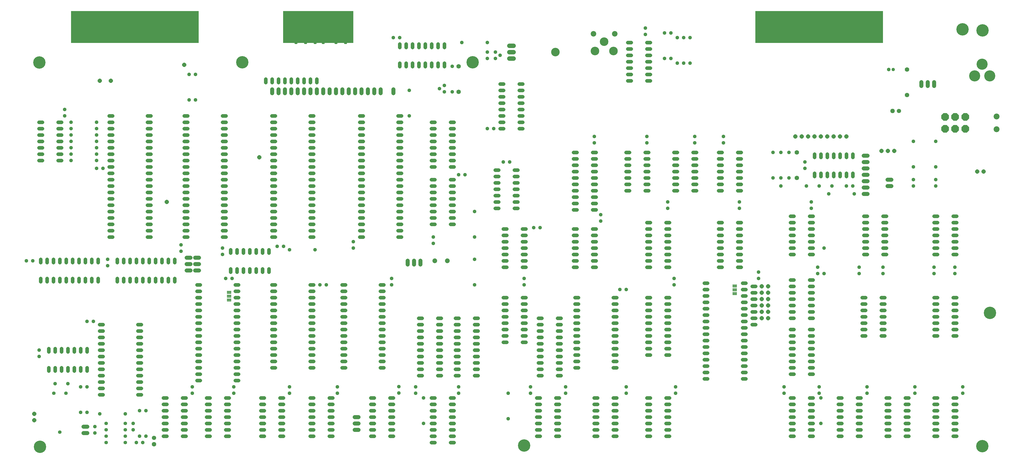
<source format=gbs>
G75*
G70*
%OFA0B0*%
%FSLAX24Y24*%
%IPPOS*%
%LPD*%
%AMOC8*
5,1,8,0,0,1.08239X$1,22.5*
%
%ADD10C,0.0560*%
%ADD11OC8,0.0560*%
%ADD12C,0.0560*%
%ADD13OC8,0.0670*%
%ADD14C,0.0670*%
%ADD15C,0.0155*%
%ADD16R,2.0000X0.5000*%
%ADD17R,1.1000X0.5000*%
%ADD18C,0.0640*%
%ADD19C,0.0700*%
%ADD20C,0.1340*%
%ADD21C,0.0700*%
%ADD22OC8,0.0520*%
%ADD23C,0.0520*%
%ADD24OC8,0.0640*%
%ADD25C,0.0867*%
%ADD26C,0.1346*%
%ADD27C,0.0740*%
%ADD28C,0.0555*%
%ADD29C,0.0040*%
%ADD30OC8,0.1225*%
%ADD31C,0.0926*%
%ADD32C,0.1740*%
%ADD33C,0.1940*%
D10*
X022641Y004901D02*
X023161Y004901D01*
X023161Y005901D02*
X022641Y005901D01*
X022641Y006901D02*
X023161Y006901D01*
X023161Y007901D02*
X022641Y007901D01*
X022641Y008901D02*
X023161Y008901D01*
X023161Y009901D02*
X022641Y009901D01*
X022641Y010901D02*
X023161Y010901D01*
X025641Y010901D02*
X026161Y010901D01*
X026161Y009901D02*
X025641Y009901D01*
X025641Y008901D02*
X026161Y008901D01*
X026161Y007901D02*
X025641Y007901D01*
X025641Y006901D02*
X026161Y006901D01*
X026161Y005901D02*
X025641Y005901D01*
X025641Y004901D02*
X026161Y004901D01*
X029391Y004901D02*
X029911Y004901D01*
X029911Y005901D02*
X029391Y005901D01*
X029391Y006901D02*
X029911Y006901D01*
X029911Y007901D02*
X029391Y007901D01*
X029391Y008901D02*
X029911Y008901D01*
X029911Y009901D02*
X029391Y009901D01*
X029391Y010901D02*
X029911Y010901D01*
X032391Y010901D02*
X032911Y010901D01*
X032911Y009901D02*
X032391Y009901D01*
X032391Y008901D02*
X032911Y008901D01*
X032911Y007901D02*
X032391Y007901D01*
X032391Y006901D02*
X032911Y006901D01*
X032911Y005901D02*
X032391Y005901D01*
X032391Y004901D02*
X032911Y004901D01*
X037891Y004901D02*
X038411Y004901D01*
X040891Y004901D02*
X041411Y004901D01*
X041411Y005901D02*
X040891Y005901D01*
X040891Y006901D02*
X041411Y006901D01*
X041411Y007901D02*
X040891Y007901D01*
X038411Y007901D02*
X037891Y007901D01*
X037891Y006901D02*
X038411Y006901D01*
X038411Y005901D02*
X037891Y005901D01*
X037891Y008901D02*
X038411Y008901D01*
X038411Y009901D02*
X037891Y009901D01*
X037891Y010901D02*
X038411Y010901D01*
X040891Y010901D02*
X041411Y010901D01*
X041411Y009901D02*
X040891Y009901D01*
X040891Y008901D02*
X041411Y008901D01*
X045641Y008901D02*
X046161Y008901D01*
X046161Y009901D02*
X045641Y009901D01*
X045641Y010901D02*
X046161Y010901D01*
X048641Y010901D02*
X049161Y010901D01*
X049161Y009901D02*
X048641Y009901D01*
X048641Y008901D02*
X049161Y008901D01*
X049161Y007901D02*
X048641Y007901D01*
X048641Y006901D02*
X049161Y006901D01*
X049161Y005901D02*
X048641Y005901D01*
X048641Y004901D02*
X049161Y004901D01*
X046161Y004901D02*
X045641Y004901D01*
X045641Y005901D02*
X046161Y005901D01*
X046161Y006901D02*
X045641Y006901D01*
X045641Y007901D02*
X046161Y007901D01*
X055141Y007901D02*
X055661Y007901D01*
X055661Y006901D02*
X055141Y006901D01*
X055141Y005901D02*
X055661Y005901D01*
X055661Y004901D02*
X055141Y004901D01*
X058141Y004901D02*
X058661Y004901D01*
X058661Y005901D02*
X058141Y005901D01*
X058141Y006901D02*
X058661Y006901D01*
X058661Y007901D02*
X058141Y007901D01*
X058141Y008901D02*
X058661Y008901D01*
X058661Y009901D02*
X058141Y009901D01*
X058141Y010901D02*
X058661Y010901D01*
X055661Y010901D02*
X055141Y010901D01*
X055141Y009901D02*
X055661Y009901D01*
X055661Y008901D02*
X055141Y008901D01*
X064641Y008901D02*
X065161Y008901D01*
X065161Y009901D02*
X064641Y009901D01*
X064641Y010901D02*
X065161Y010901D01*
X067641Y010901D02*
X068161Y010901D01*
X068161Y009901D02*
X067641Y009901D01*
X067641Y008901D02*
X068161Y008901D01*
X068161Y007901D02*
X067641Y007901D01*
X067641Y006901D02*
X068161Y006901D01*
X068161Y005901D02*
X067641Y005901D01*
X067641Y004901D02*
X068161Y004901D01*
X068161Y003901D02*
X067641Y003901D01*
X065161Y003901D02*
X064641Y003901D01*
X064641Y004901D02*
X065161Y004901D01*
X065161Y005901D02*
X064641Y005901D01*
X064641Y006901D02*
X065161Y006901D01*
X065161Y007901D02*
X064641Y007901D01*
X065641Y014401D02*
X066161Y014401D01*
X068391Y014401D02*
X068911Y014401D01*
X071391Y014401D02*
X071911Y014401D01*
X071911Y015401D02*
X071391Y015401D01*
X071391Y016401D02*
X071911Y016401D01*
X071911Y017401D02*
X071391Y017401D01*
X071391Y018401D02*
X071911Y018401D01*
X071911Y019401D02*
X071391Y019401D01*
X068911Y019401D02*
X068391Y019401D01*
X068391Y018401D02*
X068911Y018401D01*
X068911Y017401D02*
X068391Y017401D01*
X066161Y017401D02*
X065641Y017401D01*
X065641Y018401D02*
X066161Y018401D01*
X066161Y019401D02*
X065641Y019401D01*
X065641Y020401D02*
X066161Y020401D01*
X066161Y021401D02*
X065641Y021401D01*
X068391Y021401D02*
X068911Y021401D01*
X068911Y020401D02*
X068391Y020401D01*
X071391Y020401D02*
X071911Y020401D01*
X071911Y021401D02*
X071391Y021401D01*
X071391Y022401D02*
X071911Y022401D01*
X071911Y023401D02*
X071391Y023401D01*
X068911Y023401D02*
X068391Y023401D01*
X068391Y022401D02*
X068911Y022401D01*
X066161Y022401D02*
X065641Y022401D01*
X065641Y023401D02*
X066161Y023401D01*
X063161Y023401D02*
X062641Y023401D01*
X062641Y022401D02*
X063161Y022401D01*
X063161Y021401D02*
X062641Y021401D01*
X062641Y020401D02*
X063161Y020401D01*
X063161Y019401D02*
X062641Y019401D01*
X062641Y018401D02*
X063161Y018401D01*
X063161Y017401D02*
X062641Y017401D01*
X062641Y016401D02*
X063161Y016401D01*
X063161Y015401D02*
X062641Y015401D01*
X062641Y014401D02*
X063161Y014401D01*
X065641Y015401D02*
X066161Y015401D01*
X066161Y016401D02*
X065641Y016401D01*
X068391Y016401D02*
X068911Y016401D01*
X068911Y015401D02*
X068391Y015401D01*
X075891Y019651D02*
X076411Y019651D01*
X076411Y020651D02*
X075891Y020651D01*
X075891Y021651D02*
X076411Y021651D01*
X076411Y022651D02*
X075891Y022651D01*
X075891Y023651D02*
X076411Y023651D01*
X076411Y024651D02*
X075891Y024651D01*
X075891Y025651D02*
X076411Y025651D01*
X076411Y026651D02*
X075891Y026651D01*
X078891Y026651D02*
X079411Y026651D01*
X079411Y025651D02*
X078891Y025651D01*
X078891Y024651D02*
X079411Y024651D01*
X079411Y023651D02*
X078891Y023651D01*
X078891Y022651D02*
X079411Y022651D01*
X079411Y021651D02*
X078891Y021651D01*
X078891Y020651D02*
X079411Y020651D01*
X079411Y019651D02*
X078891Y019651D01*
X081391Y019401D02*
X081911Y019401D01*
X081911Y018401D02*
X081391Y018401D01*
X081391Y017401D02*
X081911Y017401D01*
X084391Y017401D02*
X084911Y017401D01*
X084911Y018401D02*
X084391Y018401D01*
X084391Y019401D02*
X084911Y019401D01*
X087141Y019651D02*
X087661Y019651D01*
X087661Y020651D02*
X087141Y020651D01*
X087141Y021651D02*
X087661Y021651D01*
X087661Y022651D02*
X087141Y022651D01*
X087141Y023651D02*
X087661Y023651D01*
X087661Y024651D02*
X087141Y024651D01*
X087141Y025651D02*
X087661Y025651D01*
X087661Y026651D02*
X087141Y026651D01*
X084911Y023401D02*
X084391Y023401D01*
X084391Y022401D02*
X084911Y022401D01*
X084911Y021401D02*
X084391Y021401D01*
X084391Y020401D02*
X084911Y020401D01*
X081911Y020401D02*
X081391Y020401D01*
X081391Y021401D02*
X081911Y021401D01*
X081911Y022401D02*
X081391Y022401D01*
X081391Y023401D02*
X081911Y023401D01*
X087141Y018651D02*
X087661Y018651D01*
X087661Y017651D02*
X087141Y017651D01*
X087141Y016651D02*
X087661Y016651D01*
X087661Y015651D02*
X087141Y015651D01*
X084911Y015401D02*
X084391Y015401D01*
X084391Y016401D02*
X084911Y016401D01*
X081911Y016401D02*
X081391Y016401D01*
X081391Y015401D02*
X081911Y015401D01*
X081911Y014401D02*
X081391Y014401D01*
X084391Y014401D02*
X084911Y014401D01*
X084661Y010901D02*
X084141Y010901D01*
X081661Y010901D02*
X081141Y010901D01*
X081141Y009901D02*
X081661Y009901D01*
X081661Y008901D02*
X081141Y008901D01*
X081141Y007901D02*
X081661Y007901D01*
X081661Y006901D02*
X081141Y006901D01*
X081141Y005901D02*
X081661Y005901D01*
X084141Y005901D02*
X084661Y005901D01*
X084661Y006901D02*
X084141Y006901D01*
X084141Y007901D02*
X084661Y007901D01*
X084661Y008901D02*
X084141Y008901D01*
X084141Y009901D02*
X084661Y009901D01*
X090141Y009901D02*
X090661Y009901D01*
X090661Y008901D02*
X090141Y008901D01*
X090141Y007901D02*
X090661Y007901D01*
X090661Y006901D02*
X090141Y006901D01*
X090141Y005901D02*
X090661Y005901D01*
X090661Y004901D02*
X090141Y004901D01*
X093141Y004901D02*
X093661Y004901D01*
X093661Y005901D02*
X093141Y005901D01*
X093141Y006901D02*
X093661Y006901D01*
X093661Y007901D02*
X093141Y007901D01*
X093141Y008901D02*
X093661Y008901D01*
X093661Y009901D02*
X093141Y009901D01*
X093141Y010901D02*
X093661Y010901D01*
X090661Y010901D02*
X090141Y010901D01*
X098391Y010901D02*
X098911Y010901D01*
X101391Y010901D02*
X101911Y010901D01*
X101911Y009901D02*
X101391Y009901D01*
X101391Y008901D02*
X101911Y008901D01*
X098911Y008901D02*
X098391Y008901D01*
X098391Y009901D02*
X098911Y009901D01*
X098911Y007901D02*
X098391Y007901D01*
X098391Y006901D02*
X098911Y006901D01*
X098911Y005901D02*
X098391Y005901D01*
X098391Y004901D02*
X098911Y004901D01*
X101391Y004901D02*
X101911Y004901D01*
X101911Y005901D02*
X101391Y005901D01*
X101391Y006901D02*
X101911Y006901D01*
X101911Y007901D02*
X101391Y007901D01*
X084661Y004901D02*
X084141Y004901D01*
X081661Y004901D02*
X081141Y004901D01*
X093141Y015651D02*
X093661Y015651D01*
X093661Y016651D02*
X093141Y016651D01*
X093141Y017651D02*
X093661Y017651D01*
X093661Y018651D02*
X093141Y018651D01*
X093141Y019651D02*
X093661Y019651D01*
X093661Y020651D02*
X093141Y020651D01*
X093141Y021651D02*
X093661Y021651D01*
X093661Y022651D02*
X093141Y022651D01*
X093141Y023651D02*
X093661Y023651D01*
X093661Y024651D02*
X093141Y024651D01*
X093141Y025651D02*
X093661Y025651D01*
X093661Y026651D02*
X093141Y026651D01*
X098391Y026651D02*
X098911Y026651D01*
X098911Y025651D02*
X098391Y025651D01*
X098391Y024651D02*
X098911Y024651D01*
X101391Y024651D02*
X101911Y024651D01*
X101911Y025651D02*
X101391Y025651D01*
X101391Y026651D02*
X101911Y026651D01*
X101911Y023651D02*
X101391Y023651D01*
X101391Y022651D02*
X101911Y022651D01*
X098911Y022651D02*
X098391Y022651D01*
X098391Y023651D02*
X098911Y023651D01*
X098911Y021651D02*
X098391Y021651D01*
X098391Y020651D02*
X098911Y020651D01*
X098911Y019651D02*
X098391Y019651D01*
X098391Y018651D02*
X098911Y018651D01*
X098911Y017651D02*
X098391Y017651D01*
X101391Y017651D02*
X101911Y017651D01*
X101911Y018651D02*
X101391Y018651D01*
X101391Y019651D02*
X101911Y019651D01*
X101911Y020651D02*
X101391Y020651D01*
X101391Y021651D02*
X101911Y021651D01*
X114891Y022401D02*
X115411Y022401D01*
X115411Y023401D02*
X114891Y023401D01*
X114891Y024401D02*
X115411Y024401D01*
X115411Y025401D02*
X114891Y025401D01*
X114891Y026401D02*
X115411Y026401D01*
X115411Y027401D02*
X114891Y027401D01*
X114891Y028401D02*
X115411Y028401D01*
X120891Y028401D02*
X121411Y028401D01*
X121411Y029401D02*
X120891Y029401D01*
X123891Y029401D02*
X124411Y029401D01*
X124411Y028401D02*
X123891Y028401D01*
X123891Y027401D02*
X124411Y027401D01*
X124411Y026401D02*
X123891Y026401D01*
X123891Y025401D02*
X124411Y025401D01*
X124411Y024401D02*
X123891Y024401D01*
X123891Y023401D02*
X124411Y023401D01*
X121411Y023401D02*
X120891Y023401D01*
X120891Y024401D02*
X121411Y024401D01*
X121411Y025401D02*
X120891Y025401D01*
X120891Y026401D02*
X121411Y026401D01*
X121411Y027401D02*
X120891Y027401D01*
X113161Y031401D02*
X112641Y031401D01*
X112641Y032401D02*
X113161Y032401D01*
X113161Y033401D02*
X112641Y033401D01*
X112641Y034401D02*
X113161Y034401D01*
X113161Y035401D02*
X112641Y035401D01*
X112641Y036401D02*
X113161Y036401D01*
X113161Y037401D02*
X112641Y037401D01*
X110161Y037401D02*
X109641Y037401D01*
X109641Y036401D02*
X110161Y036401D01*
X110161Y035401D02*
X109641Y035401D01*
X109641Y034401D02*
X110161Y034401D01*
X110161Y033401D02*
X109641Y033401D01*
X109641Y032401D02*
X110161Y032401D01*
X110161Y031401D02*
X109641Y031401D01*
X101911Y031401D02*
X101391Y031401D01*
X101391Y032401D02*
X101911Y032401D01*
X098911Y032401D02*
X098391Y032401D01*
X098391Y031401D02*
X098911Y031401D01*
X098911Y033401D02*
X098391Y033401D01*
X098391Y034401D02*
X098911Y034401D01*
X101391Y034401D02*
X101911Y034401D01*
X101911Y033401D02*
X101391Y033401D01*
X101391Y035401D02*
X101911Y035401D01*
X101911Y036401D02*
X101391Y036401D01*
X101391Y037401D02*
X101911Y037401D01*
X098911Y037401D02*
X098391Y037401D01*
X098391Y036401D02*
X098911Y036401D01*
X098911Y035401D02*
X098391Y035401D01*
X098391Y038401D02*
X098911Y038401D01*
X101391Y038401D02*
X101911Y038401D01*
X109641Y038401D02*
X110161Y038401D01*
X112641Y038401D02*
X113161Y038401D01*
X120891Y038401D02*
X121411Y038401D01*
X121411Y039401D02*
X120891Y039401D01*
X123891Y039401D02*
X124411Y039401D01*
X124411Y038401D02*
X123891Y038401D01*
X123891Y037401D02*
X124411Y037401D01*
X124411Y036401D02*
X123891Y036401D01*
X123891Y035401D02*
X124411Y035401D01*
X124411Y034401D02*
X123891Y034401D01*
X123891Y033401D02*
X124411Y033401D01*
X121411Y033401D02*
X120891Y033401D01*
X120891Y034401D02*
X121411Y034401D01*
X121411Y035401D02*
X120891Y035401D01*
X120891Y036401D02*
X121411Y036401D01*
X121411Y037401D02*
X120891Y037401D01*
X132391Y037401D02*
X132911Y037401D01*
X132911Y036401D02*
X132391Y036401D01*
X132391Y035401D02*
X132911Y035401D01*
X135391Y035401D02*
X135911Y035401D01*
X135911Y036401D02*
X135391Y036401D01*
X135391Y037401D02*
X135911Y037401D01*
X135911Y038401D02*
X135391Y038401D01*
X135391Y039401D02*
X135911Y039401D01*
X132911Y039401D02*
X132391Y039401D01*
X132391Y038401D02*
X132911Y038401D01*
X132911Y034401D02*
X132391Y034401D01*
X132391Y033401D02*
X132911Y033401D01*
X135391Y033401D02*
X135911Y033401D01*
X135911Y034401D02*
X135391Y034401D01*
X143391Y034401D02*
X143911Y034401D01*
X143911Y033401D02*
X143391Y033401D01*
X146391Y033401D02*
X146911Y033401D01*
X146911Y034401D02*
X146391Y034401D01*
X146391Y035401D02*
X146911Y035401D01*
X146911Y036401D02*
X146391Y036401D01*
X146391Y037401D02*
X146911Y037401D01*
X146911Y038401D02*
X146391Y038401D01*
X146391Y039401D02*
X146911Y039401D01*
X143911Y039401D02*
X143391Y039401D01*
X143391Y038401D02*
X143911Y038401D01*
X143911Y037401D02*
X143391Y037401D01*
X143391Y036401D02*
X143911Y036401D01*
X143911Y035401D02*
X143391Y035401D01*
X143391Y026651D02*
X143911Y026651D01*
X143911Y025651D02*
X143391Y025651D01*
X143391Y024651D02*
X143911Y024651D01*
X146391Y024651D02*
X146911Y024651D01*
X146911Y025651D02*
X146391Y025651D01*
X146391Y026651D02*
X146911Y026651D01*
X146911Y023651D02*
X146391Y023651D01*
X146391Y022651D02*
X146911Y022651D01*
X146911Y021651D02*
X146391Y021651D01*
X146391Y020651D02*
X146911Y020651D01*
X143911Y020651D02*
X143391Y020651D01*
X143391Y021651D02*
X143911Y021651D01*
X143911Y022651D02*
X143391Y022651D01*
X143391Y023651D02*
X143911Y023651D01*
X135661Y023651D02*
X135141Y023651D01*
X135141Y022651D02*
X135661Y022651D01*
X135661Y021651D02*
X135141Y021651D01*
X135141Y020651D02*
X135661Y020651D01*
X132661Y020651D02*
X132141Y020651D01*
X132141Y021651D02*
X132661Y021651D01*
X132661Y022651D02*
X132141Y022651D01*
X132141Y023651D02*
X132661Y023651D01*
X132661Y024651D02*
X132141Y024651D01*
X132141Y025651D02*
X132661Y025651D01*
X132661Y026651D02*
X132141Y026651D01*
X135141Y026651D02*
X135661Y026651D01*
X135661Y025651D02*
X135141Y025651D01*
X135141Y024651D02*
X135661Y024651D01*
X124411Y021651D02*
X123891Y021651D01*
X123891Y020651D02*
X124411Y020651D01*
X124411Y019651D02*
X123891Y019651D01*
X121411Y019651D02*
X120891Y019651D01*
X120891Y020651D02*
X121411Y020651D01*
X121411Y021651D02*
X120891Y021651D01*
X120891Y018651D02*
X121411Y018651D01*
X121411Y017651D02*
X120891Y017651D01*
X120891Y016651D02*
X121411Y016651D01*
X123891Y016651D02*
X124411Y016651D01*
X124411Y017651D02*
X123891Y017651D01*
X123891Y018651D02*
X124411Y018651D01*
X124411Y015651D02*
X123891Y015651D01*
X123891Y014651D02*
X124411Y014651D01*
X121411Y014651D02*
X120891Y014651D01*
X120891Y015651D02*
X121411Y015651D01*
X121411Y010901D02*
X120891Y010901D01*
X120891Y009901D02*
X121411Y009901D01*
X121411Y008901D02*
X120891Y008901D01*
X120891Y007901D02*
X121411Y007901D01*
X121411Y006901D02*
X120891Y006901D01*
X120891Y005901D02*
X121411Y005901D01*
X123891Y005901D02*
X124411Y005901D01*
X124411Y006901D02*
X123891Y006901D01*
X123891Y007901D02*
X124411Y007901D01*
X124411Y008901D02*
X123891Y008901D01*
X123891Y009901D02*
X124411Y009901D01*
X124411Y010901D02*
X123891Y010901D01*
X128391Y010901D02*
X128911Y010901D01*
X128911Y009901D02*
X128391Y009901D01*
X128391Y008901D02*
X128911Y008901D01*
X128911Y007901D02*
X128391Y007901D01*
X128391Y006901D02*
X128911Y006901D01*
X128911Y005901D02*
X128391Y005901D01*
X128391Y004901D02*
X128911Y004901D01*
X131391Y004901D02*
X131911Y004901D01*
X131911Y005901D02*
X131391Y005901D01*
X131391Y006901D02*
X131911Y006901D01*
X131911Y007901D02*
X131391Y007901D01*
X131391Y008901D02*
X131911Y008901D01*
X131911Y009901D02*
X131391Y009901D01*
X131391Y010901D02*
X131911Y010901D01*
X135891Y010901D02*
X136411Y010901D01*
X136411Y009901D02*
X135891Y009901D01*
X135891Y008901D02*
X136411Y008901D01*
X136411Y007901D02*
X135891Y007901D01*
X135891Y006901D02*
X136411Y006901D01*
X136411Y005901D02*
X135891Y005901D01*
X135891Y004901D02*
X136411Y004901D01*
X138891Y004901D02*
X139411Y004901D01*
X139411Y005901D02*
X138891Y005901D01*
X138891Y006901D02*
X139411Y006901D01*
X139411Y007901D02*
X138891Y007901D01*
X138891Y008901D02*
X139411Y008901D01*
X139411Y009901D02*
X138891Y009901D01*
X138891Y010901D02*
X139411Y010901D01*
X143391Y010901D02*
X143911Y010901D01*
X146391Y010901D02*
X146911Y010901D01*
X146911Y009901D02*
X146391Y009901D01*
X146391Y008901D02*
X146911Y008901D01*
X146911Y007901D02*
X146391Y007901D01*
X146391Y006901D02*
X146911Y006901D01*
X146911Y005901D02*
X146391Y005901D01*
X143911Y005901D02*
X143391Y005901D01*
X143391Y006901D02*
X143911Y006901D01*
X143911Y007901D02*
X143391Y007901D01*
X143391Y008901D02*
X143911Y008901D01*
X143911Y009901D02*
X143391Y009901D01*
X143391Y004901D02*
X143911Y004901D01*
X146391Y004901D02*
X146911Y004901D01*
X124411Y004901D02*
X123891Y004901D01*
X121411Y004901D02*
X120891Y004901D01*
X090411Y031401D02*
X089891Y031401D01*
X089891Y032401D02*
X090411Y032401D01*
X090411Y033401D02*
X089891Y033401D01*
X089891Y034401D02*
X090411Y034401D01*
X090411Y035401D02*
X089891Y035401D01*
X089891Y036401D02*
X090411Y036401D01*
X090411Y037401D02*
X089891Y037401D01*
X087411Y037401D02*
X086891Y037401D01*
X086891Y036401D02*
X087411Y036401D01*
X087411Y035401D02*
X086891Y035401D01*
X086891Y034401D02*
X087411Y034401D01*
X087411Y033401D02*
X086891Y033401D01*
X086891Y032401D02*
X087411Y032401D01*
X087411Y031401D02*
X086891Y031401D01*
X079411Y031401D02*
X078891Y031401D01*
X078891Y032401D02*
X079411Y032401D01*
X079411Y033401D02*
X078891Y033401D01*
X078891Y034401D02*
X079411Y034401D01*
X079411Y035401D02*
X078891Y035401D01*
X078891Y036401D02*
X079411Y036401D01*
X079411Y037401D02*
X078891Y037401D01*
X076411Y037401D02*
X075891Y037401D01*
X075891Y036401D02*
X076411Y036401D01*
X076411Y035401D02*
X075891Y035401D01*
X075891Y034401D02*
X076411Y034401D01*
X076411Y033401D02*
X075891Y033401D01*
X075891Y032401D02*
X076411Y032401D01*
X076411Y031401D02*
X075891Y031401D01*
X068161Y038151D02*
X067641Y038151D01*
X067641Y039151D02*
X068161Y039151D01*
X068161Y040151D02*
X067641Y040151D01*
X067641Y041151D02*
X068161Y041151D01*
X068161Y042151D02*
X067641Y042151D01*
X067641Y043151D02*
X068161Y043151D01*
X068161Y044151D02*
X067641Y044151D01*
X067641Y045151D02*
X068161Y045151D01*
X065161Y045151D02*
X064641Y045151D01*
X064641Y044151D02*
X065161Y044151D01*
X065161Y043151D02*
X064641Y043151D01*
X064641Y042151D02*
X065161Y042151D01*
X065161Y041151D02*
X064641Y041151D01*
X064641Y040151D02*
X065161Y040151D01*
X065161Y039151D02*
X064641Y039151D01*
X064641Y038151D02*
X065161Y038151D01*
X059911Y038151D02*
X059391Y038151D01*
X059391Y037151D02*
X059911Y037151D01*
X059911Y036151D02*
X059391Y036151D01*
X059391Y039151D02*
X059911Y039151D01*
X059911Y040151D02*
X059391Y040151D01*
X059391Y041151D02*
X059911Y041151D01*
X059911Y042151D02*
X059391Y042151D01*
X059391Y043151D02*
X059911Y043151D01*
X059911Y044151D02*
X059391Y044151D01*
X059391Y045151D02*
X059911Y045151D01*
X059911Y046151D02*
X059391Y046151D01*
X059391Y047151D02*
X059911Y047151D01*
X059911Y048151D02*
X059391Y048151D01*
X059391Y049151D02*
X059911Y049151D01*
X059911Y050151D02*
X059391Y050151D01*
X059391Y051151D02*
X059911Y051151D01*
X059911Y052151D02*
X059391Y052151D01*
X059391Y053151D02*
X059911Y053151D01*
X059911Y054151D02*
X059391Y054151D01*
X059391Y055151D02*
X059911Y055151D01*
X064641Y054151D02*
X065161Y054151D01*
X065161Y053151D02*
X064641Y053151D01*
X064641Y052151D02*
X065161Y052151D01*
X065161Y051151D02*
X064641Y051151D01*
X064641Y050151D02*
X065161Y050151D01*
X065161Y049151D02*
X064641Y049151D01*
X064641Y048151D02*
X065161Y048151D01*
X065161Y047151D02*
X064641Y047151D01*
X067641Y047151D02*
X068161Y047151D01*
X068161Y048151D02*
X067641Y048151D01*
X067641Y049151D02*
X068161Y049151D01*
X068161Y050151D02*
X067641Y050151D01*
X067641Y051151D02*
X068161Y051151D01*
X068161Y052151D02*
X067641Y052151D01*
X067641Y053151D02*
X068161Y053151D01*
X068161Y054151D02*
X067641Y054151D01*
X075391Y054151D02*
X075911Y054151D01*
X075911Y053151D02*
X075391Y053151D01*
X078391Y053151D02*
X078911Y053151D01*
X078911Y054151D02*
X078391Y054151D01*
X078391Y055151D02*
X078911Y055151D01*
X078911Y056151D02*
X078391Y056151D01*
X078391Y057151D02*
X078911Y057151D01*
X078911Y058151D02*
X078391Y058151D01*
X078391Y059151D02*
X078911Y059151D01*
X078911Y060151D02*
X078391Y060151D01*
X075911Y060151D02*
X075391Y060151D01*
X075391Y059151D02*
X075911Y059151D01*
X075911Y058151D02*
X075391Y058151D01*
X075391Y057151D02*
X075911Y057151D01*
X075911Y056151D02*
X075391Y056151D01*
X075391Y055151D02*
X075911Y055151D01*
X086891Y049401D02*
X087411Y049401D01*
X087411Y048401D02*
X086891Y048401D01*
X086891Y047401D02*
X087411Y047401D01*
X087411Y046401D02*
X086891Y046401D01*
X086891Y045401D02*
X087411Y045401D01*
X087411Y044401D02*
X086891Y044401D01*
X086891Y043401D02*
X087411Y043401D01*
X087411Y042401D02*
X086891Y042401D01*
X086891Y041401D02*
X087411Y041401D01*
X087411Y040401D02*
X086891Y040401D01*
X089891Y040401D02*
X090411Y040401D01*
X090411Y041401D02*
X089891Y041401D01*
X089891Y042401D02*
X090411Y042401D01*
X090411Y043401D02*
X089891Y043401D01*
X089891Y044401D02*
X090411Y044401D01*
X090411Y045401D02*
X089891Y045401D01*
X089891Y046401D02*
X090411Y046401D01*
X090411Y047401D02*
X089891Y047401D01*
X089891Y048401D02*
X090411Y048401D01*
X090411Y049401D02*
X089891Y049401D01*
X095141Y049401D02*
X095661Y049401D01*
X095661Y048401D02*
X095141Y048401D01*
X095141Y047401D02*
X095661Y047401D01*
X095661Y046401D02*
X095141Y046401D01*
X095141Y045401D02*
X095661Y045401D01*
X095661Y044401D02*
X095141Y044401D01*
X095141Y043401D02*
X095661Y043401D01*
X098141Y043401D02*
X098661Y043401D01*
X098661Y044401D02*
X098141Y044401D01*
X098141Y045401D02*
X098661Y045401D01*
X098661Y046401D02*
X098141Y046401D01*
X098141Y047401D02*
X098661Y047401D01*
X098661Y048401D02*
X098141Y048401D01*
X098141Y049401D02*
X098661Y049401D01*
X102641Y049401D02*
X103161Y049401D01*
X103161Y048401D02*
X102641Y048401D01*
X102641Y047401D02*
X103161Y047401D01*
X103161Y046401D02*
X102641Y046401D01*
X102641Y045401D02*
X103161Y045401D01*
X103161Y044401D02*
X102641Y044401D01*
X102641Y043401D02*
X103161Y043401D01*
X105641Y043401D02*
X106161Y043401D01*
X106161Y044401D02*
X105641Y044401D01*
X105641Y045401D02*
X106161Y045401D01*
X106161Y046401D02*
X105641Y046401D01*
X105641Y047401D02*
X106161Y047401D01*
X106161Y048401D02*
X105641Y048401D01*
X105641Y049401D02*
X106161Y049401D01*
X109641Y049401D02*
X110161Y049401D01*
X110161Y048401D02*
X109641Y048401D01*
X109641Y047401D02*
X110161Y047401D01*
X110161Y046401D02*
X109641Y046401D01*
X109641Y045401D02*
X110161Y045401D01*
X110161Y044401D02*
X109641Y044401D01*
X109641Y043401D02*
X110161Y043401D01*
X112641Y043401D02*
X113161Y043401D01*
X113161Y044401D02*
X112641Y044401D01*
X112641Y045401D02*
X113161Y045401D01*
X113161Y046401D02*
X112641Y046401D01*
X112641Y047401D02*
X113161Y047401D01*
X113161Y048401D02*
X112641Y048401D01*
X112641Y049401D02*
X113161Y049401D01*
X124651Y049161D02*
X124651Y048641D01*
X125651Y048641D02*
X125651Y049161D01*
X126651Y049161D02*
X126651Y048641D01*
X127651Y048641D02*
X127651Y049161D01*
X128651Y049161D02*
X128651Y048641D01*
X129651Y048641D02*
X129651Y049161D01*
X130651Y049161D02*
X130651Y048641D01*
X130651Y046161D02*
X130651Y045641D01*
X129651Y045641D02*
X129651Y046161D01*
X128651Y046161D02*
X128651Y045641D01*
X127651Y045641D02*
X127651Y046161D01*
X126651Y046161D02*
X126651Y045641D01*
X125651Y045641D02*
X125651Y046161D01*
X124651Y046161D02*
X124651Y045641D01*
X098911Y060651D02*
X098391Y060651D01*
X095911Y060651D02*
X095391Y060651D01*
X095391Y061651D02*
X095911Y061651D01*
X095911Y062651D02*
X095391Y062651D01*
X095391Y063651D02*
X095911Y063651D01*
X095911Y064651D02*
X095391Y064651D01*
X095391Y065651D02*
X095911Y065651D01*
X098391Y065651D02*
X098911Y065651D01*
X098911Y064651D02*
X098391Y064651D01*
X098391Y063651D02*
X098911Y063651D01*
X098911Y062651D02*
X098391Y062651D01*
X098391Y061651D02*
X098911Y061651D01*
X098911Y066651D02*
X098391Y066651D01*
X095911Y066651D02*
X095391Y066651D01*
X066651Y066411D02*
X066651Y065891D01*
X065651Y065891D02*
X065651Y066411D01*
X064651Y066411D02*
X064651Y065891D01*
X063651Y065891D02*
X063651Y066411D01*
X062651Y066411D02*
X062651Y065891D01*
X061651Y065891D02*
X061651Y066411D01*
X060651Y066411D02*
X060651Y065891D01*
X059651Y065891D02*
X059651Y066411D01*
X059651Y063411D02*
X059651Y062891D01*
X060651Y062891D02*
X060651Y063411D01*
X061651Y063411D02*
X061651Y062891D01*
X062651Y062891D02*
X062651Y063411D01*
X063651Y063411D02*
X063651Y062891D01*
X064651Y062891D02*
X064651Y063411D01*
X065651Y063411D02*
X065651Y062891D01*
X066651Y062891D02*
X066651Y063411D01*
X053911Y055151D02*
X053391Y055151D01*
X053391Y054151D02*
X053911Y054151D01*
X053911Y053151D02*
X053391Y053151D01*
X053391Y052151D02*
X053911Y052151D01*
X053911Y051151D02*
X053391Y051151D01*
X053391Y050151D02*
X053911Y050151D01*
X053911Y049151D02*
X053391Y049151D01*
X053391Y048151D02*
X053911Y048151D01*
X053911Y047151D02*
X053391Y047151D01*
X053391Y046151D02*
X053911Y046151D01*
X053911Y045151D02*
X053391Y045151D01*
X053391Y044151D02*
X053911Y044151D01*
X053911Y043151D02*
X053391Y043151D01*
X053391Y042151D02*
X053911Y042151D01*
X053911Y041151D02*
X053391Y041151D01*
X053391Y040151D02*
X053911Y040151D01*
X053911Y039151D02*
X053391Y039151D01*
X053391Y038151D02*
X053911Y038151D01*
X053911Y037151D02*
X053391Y037151D01*
X053391Y036151D02*
X053911Y036151D01*
X046161Y036151D02*
X045641Y036151D01*
X045641Y037151D02*
X046161Y037151D01*
X046161Y038151D02*
X045641Y038151D01*
X045641Y039151D02*
X046161Y039151D01*
X046161Y040151D02*
X045641Y040151D01*
X045641Y041151D02*
X046161Y041151D01*
X046161Y042151D02*
X045641Y042151D01*
X045641Y043151D02*
X046161Y043151D01*
X046161Y044151D02*
X045641Y044151D01*
X045641Y045151D02*
X046161Y045151D01*
X046161Y046151D02*
X045641Y046151D01*
X045641Y047151D02*
X046161Y047151D01*
X046161Y048151D02*
X045641Y048151D01*
X045641Y049151D02*
X046161Y049151D01*
X046161Y050151D02*
X045641Y050151D01*
X045641Y051151D02*
X046161Y051151D01*
X046161Y052151D02*
X045641Y052151D01*
X045641Y053151D02*
X046161Y053151D01*
X046161Y054151D02*
X045641Y054151D01*
X045641Y055151D02*
X046161Y055151D01*
X040161Y055151D02*
X039641Y055151D01*
X039641Y054151D02*
X040161Y054151D01*
X040161Y053151D02*
X039641Y053151D01*
X039641Y052151D02*
X040161Y052151D01*
X040161Y051151D02*
X039641Y051151D01*
X039641Y050151D02*
X040161Y050151D01*
X040161Y049151D02*
X039641Y049151D01*
X039641Y048151D02*
X040161Y048151D01*
X040161Y047151D02*
X039641Y047151D01*
X039641Y046151D02*
X040161Y046151D01*
X040161Y045151D02*
X039641Y045151D01*
X039641Y044151D02*
X040161Y044151D01*
X040161Y043151D02*
X039641Y043151D01*
X039641Y042151D02*
X040161Y042151D01*
X040161Y041151D02*
X039641Y041151D01*
X039641Y040151D02*
X040161Y040151D01*
X040161Y039151D02*
X039641Y039151D01*
X039641Y038151D02*
X040161Y038151D01*
X040161Y037151D02*
X039641Y037151D01*
X039641Y036151D02*
X040161Y036151D01*
X039151Y034161D02*
X039151Y033641D01*
X038151Y033641D02*
X038151Y034161D01*
X037151Y034161D02*
X037151Y033641D01*
X036151Y033641D02*
X036151Y034161D01*
X035151Y034161D02*
X035151Y033641D01*
X034151Y033641D02*
X034151Y034161D01*
X033151Y034161D02*
X033151Y033641D01*
X033151Y031161D02*
X033151Y030641D01*
X034151Y030641D02*
X034151Y031161D01*
X035151Y031161D02*
X035151Y030641D01*
X036151Y030641D02*
X036151Y031161D01*
X037151Y031161D02*
X037151Y030641D01*
X038151Y030641D02*
X038151Y031161D01*
X039151Y031161D02*
X039151Y030641D01*
X039641Y028651D02*
X040161Y028651D01*
X040161Y027651D02*
X039641Y027651D01*
X039641Y026651D02*
X040161Y026651D01*
X040161Y025651D02*
X039641Y025651D01*
X039641Y024651D02*
X040161Y024651D01*
X040161Y023651D02*
X039641Y023651D01*
X039641Y022651D02*
X040161Y022651D01*
X040161Y021651D02*
X039641Y021651D01*
X039641Y020651D02*
X040161Y020651D01*
X040161Y019651D02*
X039641Y019651D01*
X039641Y018651D02*
X040161Y018651D01*
X040161Y017651D02*
X039641Y017651D01*
X039641Y016651D02*
X040161Y016651D01*
X040161Y015651D02*
X039641Y015651D01*
X045641Y015651D02*
X046161Y015651D01*
X046161Y016651D02*
X045641Y016651D01*
X045641Y017651D02*
X046161Y017651D01*
X046161Y018651D02*
X045641Y018651D01*
X045641Y019651D02*
X046161Y019651D01*
X046161Y020651D02*
X045641Y020651D01*
X045641Y021651D02*
X046161Y021651D01*
X046161Y022651D02*
X045641Y022651D01*
X045641Y023651D02*
X046161Y023651D01*
X046161Y024651D02*
X045641Y024651D01*
X045641Y025651D02*
X046161Y025651D01*
X046161Y026651D02*
X045641Y026651D01*
X045641Y027651D02*
X046161Y027651D01*
X046161Y028651D02*
X045641Y028651D01*
X050641Y028651D02*
X051161Y028651D01*
X051161Y027651D02*
X050641Y027651D01*
X050641Y026651D02*
X051161Y026651D01*
X051161Y025651D02*
X050641Y025651D01*
X050641Y024651D02*
X051161Y024651D01*
X051161Y023651D02*
X050641Y023651D01*
X050641Y022651D02*
X051161Y022651D01*
X051161Y021651D02*
X050641Y021651D01*
X050641Y020651D02*
X051161Y020651D01*
X051161Y019651D02*
X050641Y019651D01*
X050641Y018651D02*
X051161Y018651D01*
X051161Y017651D02*
X050641Y017651D01*
X050641Y016651D02*
X051161Y016651D01*
X051161Y015651D02*
X050641Y015651D01*
X056641Y015651D02*
X057161Y015651D01*
X057161Y016651D02*
X056641Y016651D01*
X056641Y017651D02*
X057161Y017651D01*
X057161Y018651D02*
X056641Y018651D01*
X056641Y019651D02*
X057161Y019651D01*
X057161Y020651D02*
X056641Y020651D01*
X056641Y021651D02*
X057161Y021651D01*
X057161Y022651D02*
X056641Y022651D01*
X056641Y023651D02*
X057161Y023651D01*
X057161Y024651D02*
X056641Y024651D01*
X056641Y025651D02*
X057161Y025651D01*
X057161Y026651D02*
X056641Y026651D01*
X056641Y027651D02*
X057161Y027651D01*
X057161Y028651D02*
X056641Y028651D01*
X032411Y036151D02*
X031891Y036151D01*
X031891Y037151D02*
X032411Y037151D01*
X032411Y038151D02*
X031891Y038151D01*
X031891Y039151D02*
X032411Y039151D01*
X032411Y040151D02*
X031891Y040151D01*
X031891Y041151D02*
X032411Y041151D01*
X032411Y042151D02*
X031891Y042151D01*
X031891Y043151D02*
X032411Y043151D01*
X032411Y044151D02*
X031891Y044151D01*
X031891Y045151D02*
X032411Y045151D01*
X032411Y046151D02*
X031891Y046151D01*
X031891Y047151D02*
X032411Y047151D01*
X032411Y048151D02*
X031891Y048151D01*
X031891Y049151D02*
X032411Y049151D01*
X032411Y050151D02*
X031891Y050151D01*
X031891Y051151D02*
X032411Y051151D01*
X032411Y052151D02*
X031891Y052151D01*
X031891Y053151D02*
X032411Y053151D01*
X032411Y054151D02*
X031891Y054151D01*
X031891Y055151D02*
X032411Y055151D01*
X026411Y055151D02*
X025891Y055151D01*
X025891Y054151D02*
X026411Y054151D01*
X026411Y053151D02*
X025891Y053151D01*
X025891Y052151D02*
X026411Y052151D01*
X026411Y051151D02*
X025891Y051151D01*
X025891Y050151D02*
X026411Y050151D01*
X026411Y049151D02*
X025891Y049151D01*
X025891Y048151D02*
X026411Y048151D01*
X026411Y047151D02*
X025891Y047151D01*
X025891Y046151D02*
X026411Y046151D01*
X026411Y045151D02*
X025891Y045151D01*
X025891Y044151D02*
X026411Y044151D01*
X026411Y043151D02*
X025891Y043151D01*
X025891Y042151D02*
X026411Y042151D01*
X026411Y041151D02*
X025891Y041151D01*
X025891Y040151D02*
X026411Y040151D01*
X026411Y039151D02*
X025891Y039151D01*
X025891Y038151D02*
X026411Y038151D01*
X026411Y037151D02*
X025891Y037151D01*
X025891Y036151D02*
X026411Y036151D01*
X020661Y036151D02*
X020141Y036151D01*
X020141Y037151D02*
X020661Y037151D01*
X020661Y038151D02*
X020141Y038151D01*
X020141Y039151D02*
X020661Y039151D01*
X020661Y040151D02*
X020141Y040151D01*
X020141Y041151D02*
X020661Y041151D01*
X020661Y042151D02*
X020141Y042151D01*
X020141Y043151D02*
X020661Y043151D01*
X020661Y044151D02*
X020141Y044151D01*
X020141Y045151D02*
X020661Y045151D01*
X020661Y046151D02*
X020141Y046151D01*
X020141Y047151D02*
X020661Y047151D01*
X020661Y048151D02*
X020141Y048151D01*
X020141Y049151D02*
X020661Y049151D01*
X020661Y050151D02*
X020141Y050151D01*
X020141Y051151D02*
X020661Y051151D01*
X020661Y052151D02*
X020141Y052151D01*
X020141Y053151D02*
X020661Y053151D01*
X020661Y054151D02*
X020141Y054151D01*
X020141Y055151D02*
X020661Y055151D01*
X014661Y055151D02*
X014141Y055151D01*
X014141Y054151D02*
X014661Y054151D01*
X014661Y053151D02*
X014141Y053151D01*
X014141Y052151D02*
X014661Y052151D01*
X014661Y051151D02*
X014141Y051151D01*
X014141Y050151D02*
X014661Y050151D01*
X014661Y049151D02*
X014141Y049151D01*
X014141Y048151D02*
X014661Y048151D01*
X014661Y047151D02*
X014141Y047151D01*
X014141Y046151D02*
X014661Y046151D01*
X014661Y045151D02*
X014141Y045151D01*
X014141Y044151D02*
X014661Y044151D01*
X014661Y043151D02*
X014141Y043151D01*
X014141Y042151D02*
X014661Y042151D01*
X014661Y041151D02*
X014141Y041151D01*
X014141Y040151D02*
X014661Y040151D01*
X014661Y039151D02*
X014141Y039151D01*
X014141Y038151D02*
X014661Y038151D01*
X014661Y037151D02*
X014141Y037151D01*
X014141Y036151D02*
X014661Y036151D01*
X015401Y032661D02*
X015401Y032141D01*
X016401Y032141D02*
X016401Y032661D01*
X017401Y032661D02*
X017401Y032141D01*
X018401Y032141D02*
X018401Y032661D01*
X019401Y032661D02*
X019401Y032141D01*
X020401Y032141D02*
X020401Y032661D01*
X021401Y032661D02*
X021401Y032141D01*
X022401Y032141D02*
X022401Y032661D01*
X023401Y032661D02*
X023401Y032141D01*
X024401Y032141D02*
X024401Y032661D01*
X024401Y029661D02*
X024401Y029141D01*
X023401Y029141D02*
X023401Y029661D01*
X022401Y029661D02*
X022401Y029141D01*
X021401Y029141D02*
X021401Y029661D01*
X020401Y029661D02*
X020401Y029141D01*
X019401Y029141D02*
X019401Y029661D01*
X018401Y029661D02*
X018401Y029141D01*
X017401Y029141D02*
X017401Y029661D01*
X016401Y029661D02*
X016401Y029141D01*
X015401Y029141D02*
X015401Y029661D01*
X012401Y029661D02*
X012401Y029141D01*
X011401Y029141D02*
X011401Y029661D01*
X010401Y029661D02*
X010401Y029141D01*
X009401Y029141D02*
X009401Y029661D01*
X008401Y029661D02*
X008401Y029141D01*
X007401Y029141D02*
X007401Y029661D01*
X006401Y029661D02*
X006401Y029141D01*
X005401Y029141D02*
X005401Y029661D01*
X004401Y029661D02*
X004401Y029141D01*
X003401Y029141D02*
X003401Y029661D01*
X003401Y032141D02*
X003401Y032661D01*
X004401Y032661D02*
X004401Y032141D01*
X005401Y032141D02*
X005401Y032661D01*
X006401Y032661D02*
X006401Y032141D01*
X007401Y032141D02*
X007401Y032661D01*
X008401Y032661D02*
X008401Y032141D01*
X009401Y032141D02*
X009401Y032661D01*
X010401Y032661D02*
X010401Y032141D01*
X011401Y032141D02*
X011401Y032661D01*
X012401Y032661D02*
X012401Y032141D01*
X012641Y022401D02*
X013161Y022401D01*
X013161Y021401D02*
X012641Y021401D01*
X012641Y020401D02*
X013161Y020401D01*
X013161Y019401D02*
X012641Y019401D01*
X012641Y018401D02*
X013161Y018401D01*
X013161Y017401D02*
X012641Y017401D01*
X010651Y018141D02*
X010651Y018661D01*
X009651Y018661D02*
X009651Y018141D01*
X008651Y018141D02*
X008651Y018661D01*
X007651Y018661D02*
X007651Y018141D01*
X006651Y018141D02*
X006651Y018661D01*
X005651Y018661D02*
X005651Y018141D01*
X004651Y018141D02*
X004651Y018661D01*
X004651Y015661D02*
X004651Y015141D01*
X005651Y015141D02*
X005651Y015661D01*
X006651Y015661D02*
X006651Y015141D01*
X007651Y015141D02*
X007651Y015661D01*
X008651Y015661D02*
X008651Y015141D01*
X009651Y015141D02*
X009651Y015661D01*
X010651Y015661D02*
X010651Y015141D01*
X012641Y015401D02*
X013161Y015401D01*
X013161Y016401D02*
X012641Y016401D01*
X012641Y014401D02*
X013161Y014401D01*
X013161Y013401D02*
X012641Y013401D01*
X012641Y012401D02*
X013161Y012401D01*
X013161Y011401D02*
X012641Y011401D01*
X018641Y011401D02*
X019161Y011401D01*
X019161Y012401D02*
X018641Y012401D01*
X018641Y013401D02*
X019161Y013401D01*
X019161Y014401D02*
X018641Y014401D01*
X018641Y015401D02*
X019161Y015401D01*
X019161Y016401D02*
X018641Y016401D01*
X018641Y017401D02*
X019161Y017401D01*
X019161Y018401D02*
X018641Y018401D01*
X018641Y019401D02*
X019161Y019401D01*
X019161Y020401D02*
X018641Y020401D01*
X018641Y021401D02*
X019161Y021401D01*
X019161Y022401D02*
X018641Y022401D01*
X006661Y048151D02*
X006141Y048151D01*
X003661Y048151D02*
X003141Y048151D01*
X003141Y049151D02*
X003661Y049151D01*
X003661Y050151D02*
X003141Y050151D01*
X003141Y051151D02*
X003661Y051151D01*
X006141Y051151D02*
X006661Y051151D01*
X006661Y050151D02*
X006141Y050151D01*
X006141Y049151D02*
X006661Y049151D01*
X006661Y052151D02*
X006141Y052151D01*
X006141Y053151D02*
X006661Y053151D01*
X006661Y054151D02*
X006141Y054151D01*
X003661Y054151D02*
X003141Y054151D01*
X003141Y053151D02*
X003661Y053151D01*
X003661Y052151D02*
X003141Y052151D01*
X038651Y060391D02*
X038651Y060911D01*
X039651Y060911D02*
X039651Y060391D01*
X040651Y060391D02*
X040651Y060911D01*
X041651Y060911D02*
X041651Y060391D01*
X042651Y060391D02*
X042651Y060911D01*
X043651Y060911D02*
X043651Y060391D01*
X044651Y060391D02*
X044651Y060911D01*
X045651Y060911D02*
X045651Y060391D01*
X046651Y060391D02*
X046651Y060911D01*
X074641Y046651D02*
X075161Y046651D01*
X075161Y045651D02*
X074641Y045651D01*
X074641Y044651D02*
X075161Y044651D01*
X075161Y043651D02*
X074641Y043651D01*
X074641Y042651D02*
X075161Y042651D01*
X077641Y042651D02*
X078161Y042651D01*
X078161Y043651D02*
X077641Y043651D01*
X077641Y044651D02*
X078161Y044651D01*
X078161Y045651D02*
X077641Y045651D01*
X077641Y046651D02*
X078161Y046651D01*
X078161Y041651D02*
X077641Y041651D01*
X077641Y040651D02*
X078161Y040651D01*
X075161Y040651D02*
X074641Y040651D01*
X074641Y041651D02*
X075161Y041651D01*
D11*
X071401Y040151D03*
X071401Y036151D03*
X064937Y036154D03*
X064937Y035154D03*
X071401Y032651D03*
X079151Y029651D03*
X079151Y028651D03*
X071401Y028651D03*
X058401Y028651D03*
X058401Y029651D03*
X052401Y034401D03*
X052401Y035401D03*
X046401Y034151D03*
X042401Y034151D03*
X041459Y034689D03*
X040459Y034689D03*
X031901Y034401D03*
X031901Y033401D03*
X032401Y029651D03*
X033401Y029651D03*
X025401Y033901D03*
X025401Y034901D03*
X013901Y032651D03*
X013901Y031651D03*
X002151Y032401D03*
X001151Y032401D03*
X010651Y022901D03*
X011651Y022901D03*
X003151Y018401D03*
X003151Y017401D03*
X005651Y013151D03*
X007651Y013151D03*
X009651Y012651D03*
X010651Y012651D03*
X018901Y008901D03*
X019901Y008901D03*
X016651Y008401D03*
X017901Y006901D03*
X017901Y005901D03*
X018901Y004901D03*
X019901Y004901D03*
X019401Y003901D03*
X018401Y003901D03*
X011901Y005401D03*
X011901Y006401D03*
X012651Y008401D03*
X010651Y008651D03*
X009651Y008651D03*
X027151Y011651D03*
X027151Y012651D03*
X033651Y012651D03*
X033651Y011651D03*
X042401Y011651D03*
X042401Y012651D03*
X049901Y012651D03*
X049901Y011651D03*
X059524Y011666D03*
X059524Y012666D03*
X062151Y012651D03*
X062151Y011651D03*
X063401Y010901D03*
X068901Y011651D03*
X068901Y012651D03*
X076651Y011651D03*
X080151Y011651D03*
X080151Y012651D03*
X085651Y012651D03*
X085651Y011651D03*
X095151Y011651D03*
X095151Y012651D03*
X102901Y012651D03*
X102901Y011651D03*
X119901Y011651D03*
X119901Y012651D03*
X125401Y012651D03*
X125401Y011651D03*
X125651Y010901D03*
X132901Y011651D03*
X132901Y012651D03*
X140401Y012651D03*
X140401Y011651D03*
X147901Y011651D03*
X147901Y012651D03*
X125651Y006901D03*
X095151Y027901D03*
X094151Y027901D03*
X102651Y028651D03*
X102651Y029651D03*
X115901Y029651D03*
X115901Y030651D03*
X125151Y030401D03*
X125151Y031401D03*
X126151Y030401D03*
X131651Y030401D03*
X131651Y031401D03*
X135401Y031401D03*
X135401Y030401D03*
X126151Y034401D03*
X124151Y040651D03*
X124151Y041651D03*
X126901Y042901D03*
X127401Y044151D03*
X125401Y044151D03*
X123401Y044151D03*
X120651Y045401D03*
X119401Y045401D03*
X118151Y045401D03*
X119401Y044151D03*
X123151Y046901D03*
X123151Y047901D03*
X120651Y049401D03*
X119401Y049401D03*
X118151Y049401D03*
X110401Y050901D03*
X110401Y051901D03*
X105901Y051901D03*
X105901Y050901D03*
X098401Y050901D03*
X098401Y051901D03*
X090151Y051901D03*
X090151Y050901D03*
X076901Y047901D03*
X075901Y047901D03*
X069901Y045901D03*
X068901Y045901D03*
X073401Y053151D03*
X074401Y053151D03*
X067901Y058901D03*
X066651Y058901D03*
X065901Y059401D03*
X066651Y059901D03*
X061151Y059151D03*
X061151Y055151D03*
X067901Y062901D03*
X073401Y064151D03*
X074651Y064151D03*
X075401Y064651D03*
X074651Y065151D03*
X073401Y065151D03*
X073401Y066651D03*
X069401Y066651D03*
X059651Y067401D03*
X058651Y067401D03*
X027651Y061651D03*
X026651Y061651D03*
X026651Y057651D03*
X027651Y057651D03*
X012151Y054151D03*
X012151Y053151D03*
X012151Y052151D03*
X012151Y051151D03*
X012151Y050151D03*
X012151Y049151D03*
X012151Y048151D03*
X012151Y046901D03*
X013151Y046901D03*
X008151Y048151D03*
X008151Y049151D03*
X008151Y050151D03*
X008151Y051151D03*
X008151Y052151D03*
X008151Y053151D03*
X008151Y054151D03*
X007151Y055151D03*
X007151Y056151D03*
X047151Y028651D03*
X048151Y028651D03*
X080652Y037620D03*
X081652Y037620D03*
X091151Y038651D03*
X091151Y039651D03*
X101651Y040651D03*
X101651Y041651D03*
X112901Y041651D03*
X112901Y040651D03*
X129651Y044151D03*
X130651Y044151D03*
X130901Y042901D03*
X140151Y044151D03*
X140151Y045151D03*
X140151Y047151D03*
X143651Y047151D03*
X143651Y045151D03*
X143651Y044151D03*
X143651Y051151D03*
X140151Y051151D03*
X105151Y063401D03*
X104151Y063401D03*
X103151Y063401D03*
X102151Y064151D03*
X101151Y064151D03*
X103151Y067401D03*
X104151Y067401D03*
X105151Y067401D03*
X102151Y068151D03*
X101151Y068151D03*
X098151Y067901D03*
X098151Y068901D03*
X143401Y031401D03*
X143401Y030401D03*
X146651Y030401D03*
X146651Y031401D03*
X076651Y007651D03*
X063401Y006901D03*
D12*
X016651Y006901D03*
X016651Y005901D03*
X016651Y004901D03*
X016651Y003901D03*
X013651Y003901D03*
X013651Y004901D03*
X013651Y005901D03*
X013651Y006901D03*
X006401Y005551D03*
X005451Y011651D03*
X007351Y011651D03*
D13*
X021151Y003651D03*
X136901Y055901D03*
D14*
X137901Y055901D03*
X021151Y004651D03*
D15*
X020518Y066773D02*
X020518Y067419D01*
X020784Y067419D01*
X020784Y066773D01*
X020518Y066773D01*
X020518Y066927D02*
X020784Y066927D01*
X020784Y067081D02*
X020518Y067081D01*
X020518Y067235D02*
X020784Y067235D01*
X020784Y067389D02*
X020518Y067389D01*
X018768Y067419D02*
X018768Y066773D01*
X018768Y067419D02*
X019034Y067419D01*
X019034Y066773D01*
X018768Y066773D01*
X018768Y066927D02*
X019034Y066927D01*
X019034Y067081D02*
X018768Y067081D01*
X018768Y067235D02*
X019034Y067235D01*
X019034Y067389D02*
X018768Y067389D01*
X017268Y067419D02*
X017268Y066773D01*
X017268Y067419D02*
X017534Y067419D01*
X017534Y066773D01*
X017268Y066773D01*
X017268Y066927D02*
X017534Y066927D01*
X017534Y067081D02*
X017268Y067081D01*
X017268Y067235D02*
X017534Y067235D01*
X017534Y067389D02*
X017268Y067389D01*
X015768Y067419D02*
X015768Y066773D01*
X015768Y067419D02*
X016034Y067419D01*
X016034Y066773D01*
X015768Y066773D01*
X015768Y066927D02*
X016034Y066927D01*
X016034Y067081D02*
X015768Y067081D01*
X015768Y067235D02*
X016034Y067235D01*
X016034Y067389D02*
X015768Y067389D01*
X014268Y067419D02*
X014268Y066773D01*
X014268Y067419D02*
X014534Y067419D01*
X014534Y066773D01*
X014268Y066773D01*
X014268Y066927D02*
X014534Y066927D01*
X014534Y067081D02*
X014268Y067081D01*
X014268Y067235D02*
X014534Y067235D01*
X014534Y067389D02*
X014268Y067389D01*
X012518Y067419D02*
X012518Y066773D01*
X012518Y067419D02*
X012784Y067419D01*
X012784Y066773D01*
X012518Y066773D01*
X012518Y066927D02*
X012784Y066927D01*
X012784Y067081D02*
X012518Y067081D01*
X012518Y067235D02*
X012784Y067235D01*
X012784Y067389D02*
X012518Y067389D01*
X011018Y067419D02*
X011018Y066773D01*
X011018Y067419D02*
X011284Y067419D01*
X011284Y066773D01*
X011018Y066773D01*
X011018Y066927D02*
X011284Y066927D01*
X011284Y067081D02*
X011018Y067081D01*
X011018Y067235D02*
X011284Y067235D01*
X011284Y067389D02*
X011018Y067389D01*
X009518Y067419D02*
X009518Y066773D01*
X009518Y067419D02*
X009784Y067419D01*
X009784Y066773D01*
X009518Y066773D01*
X009518Y066927D02*
X009784Y066927D01*
X009784Y067081D02*
X009518Y067081D01*
X009518Y067235D02*
X009784Y067235D01*
X009784Y067389D02*
X009518Y067389D01*
X022018Y067419D02*
X022018Y066773D01*
X022018Y067419D02*
X022284Y067419D01*
X022284Y066773D01*
X022018Y066773D01*
X022018Y066927D02*
X022284Y066927D01*
X022284Y067081D02*
X022018Y067081D01*
X022018Y067235D02*
X022284Y067235D01*
X022284Y067389D02*
X022018Y067389D01*
X023518Y067419D02*
X023518Y066773D01*
X023518Y067419D02*
X023784Y067419D01*
X023784Y066773D01*
X023518Y066773D01*
X023518Y066927D02*
X023784Y066927D01*
X023784Y067081D02*
X023518Y067081D01*
X023518Y067235D02*
X023784Y067235D01*
X023784Y067389D02*
X023518Y067389D01*
X025018Y067419D02*
X025018Y066773D01*
X025018Y067419D02*
X025284Y067419D01*
X025284Y066773D01*
X025018Y066773D01*
X025018Y066927D02*
X025284Y066927D01*
X025284Y067081D02*
X025018Y067081D01*
X025018Y067235D02*
X025284Y067235D01*
X025284Y067389D02*
X025018Y067389D01*
X026784Y067419D02*
X026784Y066773D01*
X026518Y066773D01*
X026518Y067419D01*
X026784Y067419D01*
X026784Y066927D02*
X026518Y066927D01*
X026518Y067081D02*
X026784Y067081D01*
X026784Y067235D02*
X026518Y067235D01*
X026518Y067389D02*
X026784Y067389D01*
X043268Y067169D02*
X043268Y066523D01*
X043268Y067169D02*
X043534Y067169D01*
X043534Y066523D01*
X043268Y066523D01*
X043268Y066677D02*
X043534Y066677D01*
X043534Y066831D02*
X043268Y066831D01*
X043268Y066985D02*
X043534Y066985D01*
X043534Y067139D02*
X043268Y067139D01*
X044768Y067169D02*
X044768Y066523D01*
X044768Y067169D02*
X045034Y067169D01*
X045034Y066523D01*
X044768Y066523D01*
X044768Y066677D02*
X045034Y066677D01*
X045034Y066831D02*
X044768Y066831D01*
X044768Y066985D02*
X045034Y066985D01*
X045034Y067139D02*
X044768Y067139D01*
X046268Y067169D02*
X046268Y066523D01*
X046268Y067169D02*
X046534Y067169D01*
X046534Y066523D01*
X046268Y066523D01*
X046268Y066677D02*
X046534Y066677D01*
X046534Y066831D02*
X046268Y066831D01*
X046268Y066985D02*
X046534Y066985D01*
X046534Y067139D02*
X046268Y067139D01*
X047518Y067169D02*
X047518Y066523D01*
X047518Y067169D02*
X047784Y067169D01*
X047784Y066523D01*
X047518Y066523D01*
X047518Y066677D02*
X047784Y066677D01*
X047784Y066831D02*
X047518Y066831D01*
X047518Y066985D02*
X047784Y066985D01*
X047784Y067139D02*
X047518Y067139D01*
X049518Y067169D02*
X049518Y066523D01*
X049518Y067169D02*
X049784Y067169D01*
X049784Y066523D01*
X049518Y066523D01*
X049518Y066677D02*
X049784Y066677D01*
X049784Y066831D02*
X049518Y066831D01*
X049518Y066985D02*
X049784Y066985D01*
X049784Y067139D02*
X049518Y067139D01*
X051018Y067169D02*
X051018Y066523D01*
X051018Y067169D02*
X051284Y067169D01*
X051284Y066523D01*
X051018Y066523D01*
X051018Y066677D02*
X051284Y066677D01*
X051284Y066831D02*
X051018Y066831D01*
X051018Y066985D02*
X051284Y066985D01*
X051284Y067139D02*
X051018Y067139D01*
X116768Y067419D02*
X116768Y066773D01*
X116768Y067419D02*
X117034Y067419D01*
X117034Y066773D01*
X116768Y066773D01*
X116768Y066927D02*
X117034Y066927D01*
X117034Y067081D02*
X116768Y067081D01*
X116768Y067235D02*
X117034Y067235D01*
X117034Y067389D02*
X116768Y067389D01*
X118268Y067419D02*
X118268Y066773D01*
X118268Y067419D02*
X118534Y067419D01*
X118534Y066773D01*
X118268Y066773D01*
X118268Y066927D02*
X118534Y066927D01*
X118534Y067081D02*
X118268Y067081D01*
X118268Y067235D02*
X118534Y067235D01*
X118534Y067389D02*
X118268Y067389D01*
X119768Y067419D02*
X119768Y066773D01*
X119768Y067419D02*
X120034Y067419D01*
X120034Y066773D01*
X119768Y066773D01*
X119768Y066927D02*
X120034Y066927D01*
X120034Y067081D02*
X119768Y067081D01*
X119768Y067235D02*
X120034Y067235D01*
X120034Y067389D02*
X119768Y067389D01*
X121518Y067419D02*
X121518Y066773D01*
X121518Y067419D02*
X121784Y067419D01*
X121784Y066773D01*
X121518Y066773D01*
X121518Y066927D02*
X121784Y066927D01*
X121784Y067081D02*
X121518Y067081D01*
X121518Y067235D02*
X121784Y067235D01*
X121784Y067389D02*
X121518Y067389D01*
X123018Y067419D02*
X123018Y066773D01*
X123018Y067419D02*
X123284Y067419D01*
X123284Y066773D01*
X123018Y066773D01*
X123018Y066927D02*
X123284Y066927D01*
X123284Y067081D02*
X123018Y067081D01*
X123018Y067235D02*
X123284Y067235D01*
X123284Y067389D02*
X123018Y067389D01*
X124518Y067419D02*
X124518Y066773D01*
X124518Y067419D02*
X124784Y067419D01*
X124784Y066773D01*
X124518Y066773D01*
X124518Y066927D02*
X124784Y066927D01*
X124784Y067081D02*
X124518Y067081D01*
X124518Y067235D02*
X124784Y067235D01*
X124784Y067389D02*
X124518Y067389D01*
X126018Y067419D02*
X126018Y066773D01*
X126018Y067419D02*
X126284Y067419D01*
X126284Y066773D01*
X126018Y066773D01*
X126018Y066927D02*
X126284Y066927D01*
X126284Y067081D02*
X126018Y067081D01*
X126018Y067235D02*
X126284Y067235D01*
X126284Y067389D02*
X126018Y067389D01*
X127768Y067419D02*
X127768Y066773D01*
X127768Y067419D02*
X128034Y067419D01*
X128034Y066773D01*
X127768Y066773D01*
X127768Y066927D02*
X128034Y066927D01*
X128034Y067081D02*
X127768Y067081D01*
X127768Y067235D02*
X128034Y067235D01*
X128034Y067389D02*
X127768Y067389D01*
X129268Y067419D02*
X129268Y066773D01*
X129268Y067419D02*
X129534Y067419D01*
X129534Y066773D01*
X129268Y066773D01*
X129268Y066927D02*
X129534Y066927D01*
X129534Y067081D02*
X129268Y067081D01*
X129268Y067235D02*
X129534Y067235D01*
X129534Y067389D02*
X129268Y067389D01*
X130768Y067419D02*
X130768Y066773D01*
X130768Y067419D02*
X131034Y067419D01*
X131034Y066773D01*
X130768Y066773D01*
X130768Y066927D02*
X131034Y066927D01*
X131034Y067081D02*
X130768Y067081D01*
X130768Y067235D02*
X131034Y067235D01*
X131034Y067389D02*
X130768Y067389D01*
X132268Y067419D02*
X132268Y066773D01*
X132268Y067419D02*
X132534Y067419D01*
X132534Y066773D01*
X132268Y066773D01*
X132268Y066927D02*
X132534Y066927D01*
X132534Y067081D02*
X132268Y067081D01*
X132268Y067235D02*
X132534Y067235D01*
X132534Y067389D02*
X132268Y067389D01*
X134034Y067419D02*
X134034Y066773D01*
X133768Y066773D01*
X133768Y067419D01*
X134034Y067419D01*
X134034Y066927D02*
X133768Y066927D01*
X133768Y067081D02*
X134034Y067081D01*
X134034Y067235D02*
X133768Y067235D01*
X133768Y067389D02*
X134034Y067389D01*
D16*
X125401Y069096D03*
X018151Y069096D03*
D17*
X046901Y069096D03*
D18*
X046651Y059326D02*
X046651Y058726D01*
X045651Y058726D02*
X045651Y059326D01*
X044651Y059326D02*
X044651Y058726D01*
X043651Y058726D02*
X043651Y059326D01*
X042651Y059326D02*
X042651Y058726D01*
X041651Y058726D02*
X041651Y059326D01*
X040651Y059326D02*
X040651Y058726D01*
X039651Y058726D02*
X039651Y059326D01*
X047651Y059326D02*
X047651Y058726D01*
X048651Y058726D02*
X048651Y059326D01*
X049651Y059326D02*
X049651Y058726D01*
X050651Y058726D02*
X050651Y059326D01*
X051651Y059326D02*
X051651Y058726D01*
X052651Y058726D02*
X052651Y059326D01*
X053651Y059326D02*
X053651Y058726D01*
X054651Y058726D02*
X054651Y059326D01*
X055651Y059326D02*
X055651Y058726D01*
X056651Y058726D02*
X056651Y059326D01*
X058651Y059326D02*
X058651Y058726D01*
X028201Y032901D02*
X027601Y032901D01*
X026851Y032901D02*
X026251Y032901D01*
X026251Y031901D02*
X026851Y031901D01*
X027601Y031901D02*
X028201Y031901D01*
X028201Y030901D02*
X027601Y030901D01*
X026851Y030901D02*
X026251Y030901D01*
X060901Y031851D02*
X060901Y032451D01*
X061901Y032451D02*
X061901Y031851D01*
X062901Y031851D02*
X062901Y032451D01*
X053201Y007901D02*
X052601Y007901D01*
X052601Y006901D02*
X053201Y006901D01*
X053201Y005901D02*
X052601Y005901D01*
X010701Y005401D02*
X010101Y005401D01*
X010101Y006401D02*
X010701Y006401D01*
X132351Y042901D02*
X132951Y042901D01*
X132951Y043901D02*
X132351Y043901D01*
X132351Y044901D02*
X132951Y044901D01*
X132951Y045901D02*
X132351Y045901D01*
X132351Y046901D02*
X132951Y046901D01*
X132951Y047901D02*
X132351Y047901D01*
X132351Y048901D02*
X132951Y048901D01*
X136101Y045151D02*
X136701Y045151D01*
X136701Y044151D02*
X136101Y044151D01*
X141401Y059851D02*
X141401Y060451D01*
X142401Y060451D02*
X142401Y059851D01*
X143401Y059851D02*
X143401Y060451D01*
D19*
X077481Y064151D02*
X076821Y064151D01*
X076821Y065151D02*
X077481Y065151D01*
X077481Y066151D02*
X076821Y066151D01*
D20*
X084051Y065151D03*
D21*
X068901Y062901D03*
X068901Y058901D03*
X121901Y049401D03*
X121901Y045401D03*
X139151Y058401D03*
X139151Y062401D03*
D22*
X136301Y062401D03*
D23*
X137001Y062401D03*
D24*
X129651Y051901D03*
X128651Y051901D03*
X127651Y051901D03*
X126651Y051901D03*
X125651Y051901D03*
X124651Y051901D03*
X123651Y051901D03*
X122651Y051901D03*
X121651Y051901D03*
X135151Y049651D03*
X136151Y049651D03*
X137151Y049651D03*
X150151Y046401D03*
X151151Y046401D03*
X117401Y028401D03*
X116401Y028401D03*
X116401Y027401D03*
X116401Y026401D03*
X116401Y025401D03*
X117401Y025401D03*
X117401Y026401D03*
X117401Y027401D03*
X117401Y024401D03*
X116401Y024401D03*
X116401Y023401D03*
X117401Y023401D03*
X037651Y048651D03*
X023151Y041651D03*
X014401Y060651D03*
X012651Y060651D03*
X025901Y063151D03*
X002401Y008401D03*
X002401Y007401D03*
D25*
X090028Y068007D03*
X093374Y068007D03*
D26*
X091701Y066786D03*
X090244Y065329D03*
X093158Y065329D03*
D27*
X067135Y032401D03*
X065167Y032401D03*
D28*
X034409Y028651D02*
X033894Y028651D01*
X033894Y027651D02*
X034409Y027651D01*
X034409Y026651D02*
X033894Y026651D01*
X033894Y025651D02*
X034409Y025651D01*
X034409Y024651D02*
X033894Y024651D01*
X033894Y023651D02*
X034409Y023651D01*
X034409Y022651D02*
X033894Y022651D01*
X033894Y021651D02*
X034409Y021651D01*
X034409Y020651D02*
X033894Y020651D01*
X033894Y019651D02*
X034409Y019651D01*
X034409Y018651D02*
X033894Y018651D01*
X033894Y017651D02*
X034409Y017651D01*
X034409Y016651D02*
X033894Y016651D01*
X033894Y015651D02*
X034409Y015651D01*
X034409Y014651D02*
X033894Y014651D01*
X033894Y013651D02*
X034409Y013651D01*
X028409Y013651D02*
X027894Y013651D01*
X027894Y014651D02*
X028409Y014651D01*
X028409Y015651D02*
X027894Y015651D01*
X027894Y016651D02*
X028409Y016651D01*
X028409Y017651D02*
X027894Y017651D01*
X027894Y018651D02*
X028409Y018651D01*
X028409Y019651D02*
X027894Y019651D01*
X027894Y020651D02*
X028409Y020651D01*
X028409Y021651D02*
X027894Y021651D01*
X027894Y022651D02*
X028409Y022651D01*
X028409Y023651D02*
X027894Y023651D01*
X027894Y024651D02*
X028409Y024651D01*
X028409Y025651D02*
X027894Y025651D01*
X027894Y026651D02*
X028409Y026651D01*
X028409Y027651D02*
X027894Y027651D01*
X027894Y028651D02*
X028409Y028651D01*
X107394Y028901D02*
X107909Y028901D01*
X107909Y027901D02*
X107394Y027901D01*
X107394Y026901D02*
X107909Y026901D01*
X107909Y025901D02*
X107394Y025901D01*
X107394Y024901D02*
X107909Y024901D01*
X107909Y023901D02*
X107394Y023901D01*
X107394Y022901D02*
X107909Y022901D01*
X107909Y021901D02*
X107394Y021901D01*
X107394Y020901D02*
X107909Y020901D01*
X107909Y019901D02*
X107394Y019901D01*
X107394Y018901D02*
X107909Y018901D01*
X107909Y017901D02*
X107394Y017901D01*
X107394Y016901D02*
X107909Y016901D01*
X107909Y015901D02*
X107394Y015901D01*
X107394Y014901D02*
X107909Y014901D01*
X107909Y013901D02*
X107394Y013901D01*
X113394Y013901D02*
X113909Y013901D01*
X113909Y014901D02*
X113394Y014901D01*
X113394Y015901D02*
X113909Y015901D01*
X113909Y016901D02*
X113394Y016901D01*
X113394Y017901D02*
X113909Y017901D01*
X113909Y018901D02*
X113394Y018901D01*
X113394Y019901D02*
X113909Y019901D01*
X113909Y020901D02*
X113394Y020901D01*
X113394Y021901D02*
X113909Y021901D01*
X113909Y022901D02*
X113394Y022901D01*
X113394Y023901D02*
X113909Y023901D01*
X113909Y024901D02*
X113394Y024901D01*
X113394Y025901D02*
X113909Y025901D01*
X113909Y026901D02*
X113394Y026901D01*
X113394Y027901D02*
X113909Y027901D01*
X113909Y028901D02*
X113394Y028901D01*
D29*
X112466Y028731D02*
X112466Y028271D01*
X111836Y028271D01*
X111836Y028731D01*
X112466Y028731D01*
X112466Y028310D02*
X111836Y028310D01*
X111836Y028349D02*
X112466Y028349D01*
X112466Y028388D02*
X111836Y028388D01*
X111836Y028427D02*
X112466Y028427D01*
X112466Y028466D02*
X111836Y028466D01*
X111836Y028505D02*
X112466Y028505D01*
X112466Y028544D02*
X111836Y028544D01*
X111836Y028583D02*
X112466Y028583D01*
X112466Y028622D02*
X111836Y028622D01*
X111836Y028661D02*
X112466Y028661D01*
X112466Y028700D02*
X111836Y028700D01*
X112466Y028131D02*
X112466Y027671D01*
X111836Y027671D01*
X111836Y028131D01*
X112466Y028131D01*
X112466Y027710D02*
X111836Y027710D01*
X111836Y027749D02*
X112466Y027749D01*
X112466Y027788D02*
X111836Y027788D01*
X111836Y027827D02*
X112466Y027827D01*
X112466Y027866D02*
X111836Y027866D01*
X111836Y027905D02*
X112466Y027905D01*
X112466Y027944D02*
X111836Y027944D01*
X111836Y027983D02*
X112466Y027983D01*
X112466Y028022D02*
X111836Y028022D01*
X111836Y028061D02*
X112466Y028061D01*
X112466Y028100D02*
X111836Y028100D01*
X112466Y027531D02*
X112466Y027071D01*
X111836Y027071D01*
X111836Y027531D01*
X112466Y027531D01*
X112466Y027110D02*
X111836Y027110D01*
X111836Y027149D02*
X112466Y027149D01*
X112466Y027188D02*
X111836Y027188D01*
X111836Y027227D02*
X112466Y027227D01*
X112466Y027266D02*
X111836Y027266D01*
X111836Y027305D02*
X112466Y027305D01*
X112466Y027344D02*
X111836Y027344D01*
X111836Y027383D02*
X112466Y027383D01*
X112466Y027422D02*
X111836Y027422D01*
X111836Y027461D02*
X112466Y027461D01*
X112466Y027500D02*
X111836Y027500D01*
X033216Y027731D02*
X033216Y027271D01*
X032586Y027271D01*
X032586Y027731D01*
X033216Y027731D01*
X033216Y027310D02*
X032586Y027310D01*
X032586Y027349D02*
X033216Y027349D01*
X033216Y027388D02*
X032586Y027388D01*
X032586Y027427D02*
X033216Y027427D01*
X033216Y027466D02*
X032586Y027466D01*
X032586Y027505D02*
X033216Y027505D01*
X033216Y027544D02*
X032586Y027544D01*
X032586Y027583D02*
X033216Y027583D01*
X033216Y027622D02*
X032586Y027622D01*
X032586Y027661D02*
X033216Y027661D01*
X033216Y027700D02*
X032586Y027700D01*
X033216Y027131D02*
X033216Y026671D01*
X032586Y026671D01*
X032586Y027131D01*
X033216Y027131D01*
X033216Y026710D02*
X032586Y026710D01*
X032586Y026749D02*
X033216Y026749D01*
X033216Y026788D02*
X032586Y026788D01*
X032586Y026827D02*
X033216Y026827D01*
X033216Y026866D02*
X032586Y026866D01*
X032586Y026905D02*
X033216Y026905D01*
X033216Y026944D02*
X032586Y026944D01*
X032586Y026983D02*
X033216Y026983D01*
X033216Y027022D02*
X032586Y027022D01*
X032586Y027061D02*
X033216Y027061D01*
X033216Y027100D02*
X032586Y027100D01*
X033216Y026531D02*
X033216Y026071D01*
X032586Y026071D01*
X032586Y026531D01*
X033216Y026531D01*
X033216Y026110D02*
X032586Y026110D01*
X032586Y026149D02*
X033216Y026149D01*
X033216Y026188D02*
X032586Y026188D01*
X032586Y026227D02*
X033216Y026227D01*
X033216Y026266D02*
X032586Y026266D01*
X032586Y026305D02*
X033216Y026305D01*
X033216Y026344D02*
X032586Y026344D01*
X032586Y026383D02*
X033216Y026383D01*
X033216Y026422D02*
X032586Y026422D01*
X032586Y026461D02*
X033216Y026461D01*
X033216Y026500D02*
X032586Y026500D01*
D30*
X145121Y053111D03*
X146701Y053111D03*
X148281Y053111D03*
X148281Y054991D03*
X146701Y054991D03*
X145121Y054991D03*
D31*
X153201Y055051D03*
X153201Y053051D03*
D32*
X152120Y061401D03*
X150939Y063252D03*
X149757Y061401D03*
D33*
X003301Y003251D03*
X079151Y003451D03*
X150951Y003351D03*
X152151Y024251D03*
X071101Y063551D03*
X035001Y063551D03*
X003201Y063501D03*
X147851Y068701D03*
X151001Y068551D03*
M02*

</source>
